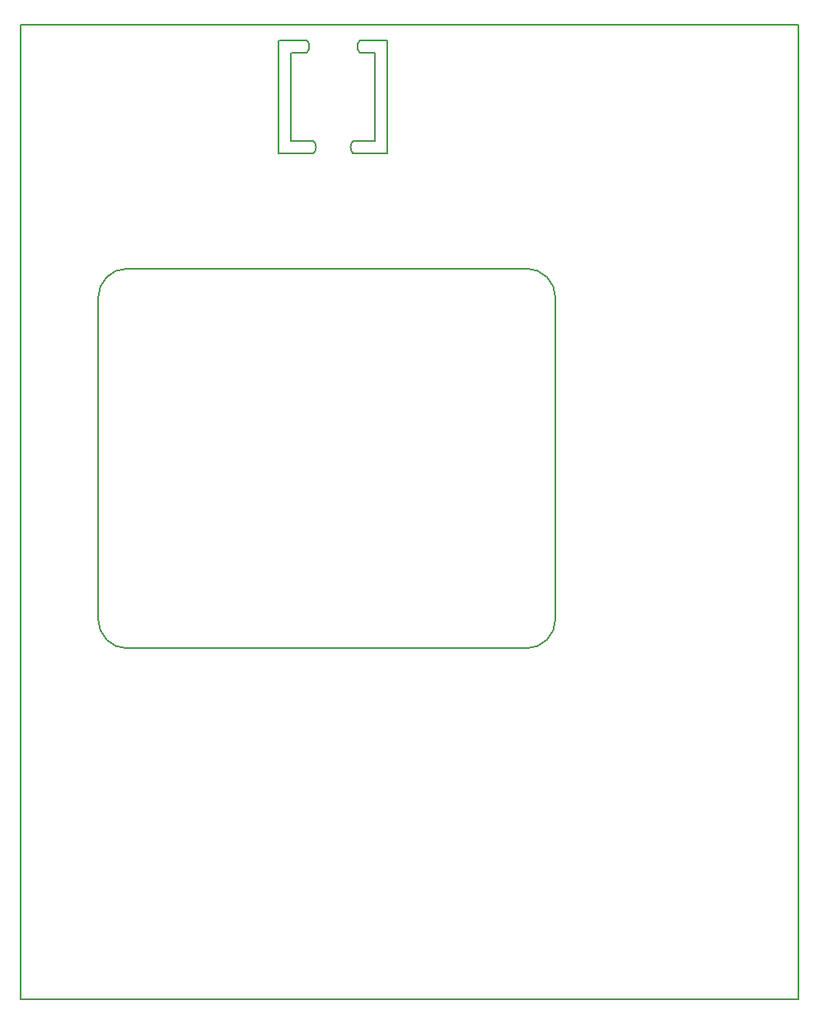
<source format=gm1>
G04 #@! TF.GenerationSoftware,KiCad,Pcbnew,(5.0.0-rc2-dev-691-g31b026c)*
G04 #@! TF.CreationDate,2018-05-13T20:35:11+02:00*
G04 #@! TF.ProjectId,backplane,6261636B706C616E652E6B696361645F,v1.6*
G04 #@! TF.SameCoordinates,Original*
G04 #@! TF.FileFunction,Profile,NP*
%FSLAX46Y46*%
G04 Gerber Fmt 4.6, Leading zero omitted, Abs format (unit mm)*
G04 Created by KiCad (PCBNEW (5.0.0-rc2-dev-691-g31b026c)) date Sunday, 13. May 2018, 20:35:11*
%MOMM*%
%LPD*%
G01*
G04 APERTURE LIST*
%ADD10C,0.150000*%
G04 APERTURE END LIST*
D10*
X86000000Y-75000000D02*
G75*
G02X83000000Y-78000000I-3000000J0D01*
G01*
X42000000Y-78000000D02*
G75*
G02X39000000Y-75000000I0J3000000D01*
G01*
X39000000Y-42000000D02*
G75*
G02X42000000Y-39000000I3000000J0D01*
G01*
X83000000Y-39000000D02*
G75*
G02X86000000Y-42000000I0J-3000000D01*
G01*
X83000000Y-78000000D02*
X42000000Y-78000000D01*
X86000000Y-42000000D02*
X86000000Y-75000000D01*
X42000000Y-39000000D02*
X83000000Y-39000000D01*
X39000000Y-75000000D02*
X39000000Y-42000000D01*
X111000000Y-14000000D02*
X31000000Y-14000000D01*
X111000000Y-114000000D02*
X111000000Y-14000000D01*
X31000000Y-114000000D02*
X111000000Y-114000000D01*
X31000000Y-14000000D02*
X31000000Y-114000000D01*
X57591000Y-15562000D02*
X60442000Y-15562000D01*
X58854500Y-16832000D02*
X60435500Y-16832000D01*
X65903000Y-15562000D02*
X68754000Y-15562000D01*
X65903000Y-16832000D02*
X67484000Y-16832000D01*
X61134000Y-27173000D02*
X57578000Y-27173000D01*
X58848000Y-25903000D02*
X61134000Y-25903000D01*
X65198000Y-27173000D02*
X68754000Y-27173000D01*
X67484000Y-25903000D02*
X65198000Y-25903000D01*
X65198000Y-25903000D02*
G75*
G03X65198000Y-27173000I635000J-635000D01*
G01*
X61134000Y-27173000D02*
G75*
G03X61134000Y-25903000I-635000J635000D01*
G01*
X65903000Y-15562000D02*
G75*
G03X65903000Y-16832000I635000J-635000D01*
G01*
X60442000Y-16832000D02*
G75*
G03X60442000Y-15562000I-635000J635000D01*
G01*
X57578000Y-27173000D02*
X57578000Y-15562000D01*
X68754000Y-15562000D02*
X68754000Y-27173000D01*
X67484000Y-16832000D02*
X67484000Y-25903000D01*
X58848000Y-25395000D02*
X58848000Y-25903000D01*
X58848000Y-16832000D02*
X58848000Y-25395000D01*
M02*

</source>
